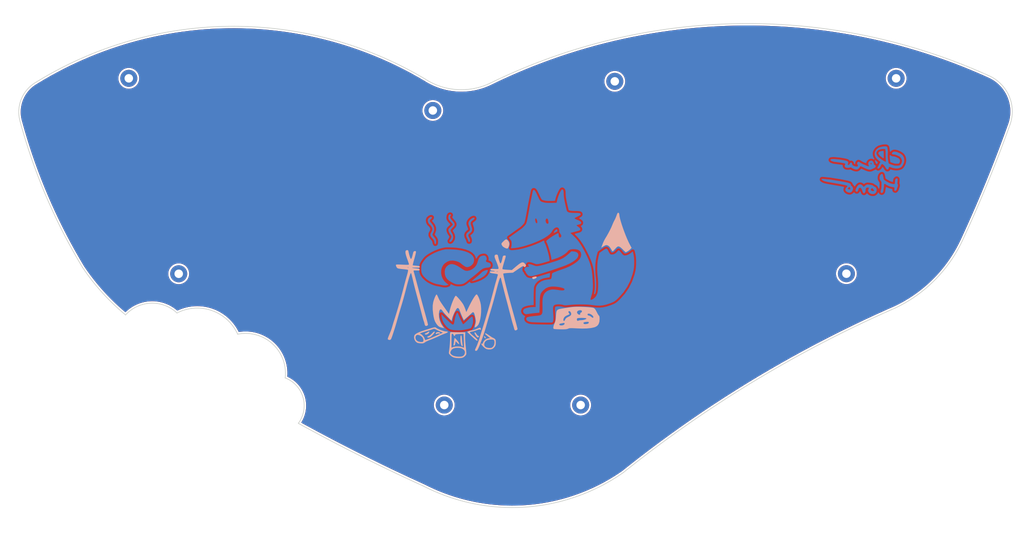
<source format=kicad_pcb>
(kicad_pcb (version 20240108) (generator "pcbnew") (generator_version "8.0")
  (layers (0 "F.Cu" signal) (31 "B.Cu" signal) (34 "B.Paste" user) (35 "F.Paste" user) (36 "B.SilkS" user "B.Silkscreen") (37 "F.SilkS" user "F.Silkscreen") (38 "B.Mask" user) (39 "F.Mask" user) (44 "Edge.Cuts" user))
  (net 0 "")
  (net 1 "GND")
  (footprint "" (layer "F.Cu") (at 165.270014 134.82)
    (property "Reference" "" (at 0 0 0) (layer "F.SilkS") (effects (font (size 1.27 1.27))))
    (property "Value" "")
    (pad "" thru_hole circle (at 0 0) (size 4.4 4.4) (drill 2.2) (layers "*.Cu" "*.Mask"))
  )
  (footprint "" (layer "F.Cu") (at 174.1 51.05)
    (property "Reference" "" (at -48.25 4.85 0) (layer "B.SilkS") (effects (font (size 1.27 1.27)) (justify mirror)))
    (property "Value" "")
    (pad "" thru_hole circle (at 0 0) (size 4.4 4.4) (drill 2.2) (layers "*.Cu" "*.Mask"))
  )
  (footprint "" (layer "F.Cu") (at 48.33 50.27)
    (property "Reference" "" (at 203.29 4.85 0) (layer "B.SilkS") (effects (font (size 1.27 1.27)) (justify mirror)))
    (property "Value" "" (at 203.29 4.85 0) (layer "B.SilkS") (effects (font (size 1.27 1.27)) (justify mirror)))
    (pad "" thru_hole circle (at 0 0) (size 4.4 4.4) (drill 2.2) (layers "*.Cu" "*.Mask"))
  )
  (footprint "" (layer "F.Cu") (at 147.670007 146.843918)
    (property "Reference" "" (hide yes))
    (property "Value" "" (hide yes))
    (pad "" thru_hole circle (at -86.420007 -45.993918) (size 4.4 4.4) (drill 2.2) (layers "*.Cu" "*.Mask"))
  )
  (footprint "" (layer "F.Cu") (at 129.97 134.82)
    (property "Reference" "" (at 0 0 0) (layer "F.SilkS") (effects (font (size 1.27 1.27))))
    (property "Value" "" (at 0 0 0) (layer "F.SilkS") (effects (font (size 1.27 1.27))))
    (pad "" thru_hole circle (at 0 0) (size 4.4 4.4) (drill 2.2) (layers "*.Cu" "*.Mask"))
  )
  (footprint "" (layer "F.Cu") (at 127.01 58.59)
    (property "Reference" "" (hide yes))
    (property "Value" "" (hide yes))
    (pad "" thru_hole circle (at 0 0) (size 4.4 4.4) (drill 2.2) (layers "*.Cu" "*.Mask"))
  )
  (footprint "" (layer "F.Cu") (at 246.910014 50.27)
    (property "Reference" "" (hide yes))
    (property "Value" "" (hide yes))
    (pad "" thru_hole circle (at 0 0) (size 4.4 4.4) (drill 2.2) (layers "*.Cu" "*.Mask"))
  )
  (footprint "" (layer "B.Cu") (at 147.620007 146.823918 180)
    (property "Reference" "" (hide yes))
    (property "Value" "" (hide yes))
    (pad "" thru_hole circle (at -86.420007 45.993918 180) (size 4.4 4.4) (drill 2.2) (layers "*.Cu" "*.Mask"))
  )
  (footprint "LOGO" (layer "B.Cu") (at 238.137622 74.315687 180)
    (property "Reference" "G***" (hide yes))
    (property "Value" "LOGO" (hide yes))
    (fp_poly (pts (xy 0.717167 -3.417543) (xy 0.924936 -3.520439) (xy 1.127718 -3.699255) (xy 1.319932 -3.946498) (xy 1.495996 -4.254674) (xy 1.650327 -4.61629) (xy 1.686371 -4.718629) (xy 1.72933 -4.854887) (xy 1.743954 -4.944446) (xy 1.731187 -5.018717) (xy 1.697735 -5.097021) (xy 1.624314 -5.20606) (xy 1.534757 -5.283088) (xy 1.524053 -5.288506) (xy 1.386154 -5.315283) (xy 1.262333 -5.262707) (xy 1.151796 -5.129898) (xy 1.053746 -4.915976) (xy 0.985693 -4.693274) (xy 0.904673 -4.476658) (xy 0.796128 -4.328927) (xy 0.666115 -4.253784) (xy 0.520693 -4.254933) (xy 0.381872 -4.324092) (xy 0.272895 -4.439913) (xy 0.157668 -4.630409) (xy 0.040249 -4.887479) (xy -0.075302 -5.203023) (xy -0.105555 -5.29688) (xy -0.173569 -5.481046) (xy -0.245683 -5.597761) (xy -0.334044 -5.662603) (xy -0.408003 -5.684709) (xy -0.529578 -5.668686) (xy -0.643231 -5.582116) (xy -0.741757 -5.437865) (xy -0.817947 -5.248798) (xy -0.864596 -5.027782) (xy -0.875862 -4.84943) (xy -0.900183 -4.652385) (xy -0.964889 -4.46535) (xy -1.057592 -4.3237) (xy -1.061262 -4.319928) (xy -1.125078 -4.273797) (xy -1.217167 -4.247842) (xy -1.360398 -4.236921) (xy -1.436105 -4.235618) (xy -1.606239 -4.239129) (xy -1.70171 -4.261611) (xy -1.731056 -4.316081) (xy -1.702816 -4.415556) (xy -1.639603 -4.545821) (xy -1.539177 -4.796337) (xy -1.514445 -5.020073) (xy -1.566915 -5.228387) (xy -1.698095 -5.432635) (xy -1.767619 -5.510218) (xy -1.998516 -5.710468) (xy -2.244418 -5.837395) (xy -2.526318 -5.90031) (xy -2.669294 -5.91018) (xy -2.876544 -5.908322) (xy -3.029824 -5.884852) (xy -3.140058 -5.84416) (xy -3.38334 -5.68401) (xy -3.565903 -5.467299) (xy -3.686495 -5.195964) (xy -3.728734 -4.97549) (xy -3.089383 -4.97549) (xy -2.998399 -5.072338) (xy -2.928225 -5.134455) (xy -2.881922 -5.153231) (xy -2.880423 -5.152504) (xy -2.825193 -5.137589) (xy -2.720626 -5.120873) (xy -2.684184 -5.116378) (xy -2.49646 -5.073944) (xy -2.335609 -4.999296) (xy -2.226676 -4.904958) (xy -2.210278 -4.879371) (xy -2.192076 -4.775494) (xy -2.243942 -4.654005) (xy -2.3691 -4.507721) (xy -2.383125 -4.494006) (xy -2.470944 -4.416466) (xy -2.543062 -4.381349) (xy -2.612891 -4.394324) (xy -2.693844 -4.461059) (xy -2.799332 -4.587223) (xy -2.891051 -4.708681) (xy -3.089383 -4.97549) (xy -3.728734 -4.97549) (xy -3.740112 -4.916101) (xy -3.729335 -4.66212) (xy -3.65371 -4.423118) (xy -3.523367 -4.215453) (xy -3.348437 -4.055482) (xy -3.149452 -3.962378) (xy -2.962593 -3.875654) (xy -2.847442 -3.775022) (xy -2.758134 -3.696998) (xy -2.629502 -3.6316) (xy -2.451805 -3.576128) (xy -2.215304 -3.52788) (xy -1.910258 -3.484155) (xy -1.718745 -3.46203) (xy -1.5235 -3.441965) (xy -1.387923 -3.433621) (xy -1.288833 -3.43901) (xy -1.203052 -3.460145) (xy -1.107398 -3.499039) (xy -1.063558 -3.518932) (xy -0.908941 -3.60832) (xy -0.742944 -3.732655) (xy -0.63252 -3.83402) (xy -0.524836 -3.939005) (xy -0.435794 -4.01473) (xy -0.383857 -4.045565) (xy -0.382512 -4.045648) (xy -0.329243 -4.014553) (xy -0.26356 -3.939632) (xy -0.262621 -3.938291) (xy -0.058261 -3.691111) (xy 0.156992 -3.516111) (xy 0.377465 -3.416307) (xy 0.597484 -3.394714)) (fill solid) (layer "B.Cu"))
    (fp_poly (pts (xy 10.43206 -1.971537) (xy 10.467389 -1.993355) (xy 10.485341 -2.030618) (xy 10.485918 -2.03242) (xy 10.4971 -2.135659) (xy 10.450257 -2.222172) (xy 10.335528 -2.306008) (xy 10.268786 -2.341754) (xy 10.14676 -2.40749) (xy 10.051751 -2.465886) (xy 10.021901 -2.488506) (xy 9.951338 -2.52419) (xy 9.812075 -2.570524) (xy 9.617656 -2.624214) (xy 9.381623 -2.681964) (xy 9.117518 -2.740481) (xy 8.838885 -2.79647) (xy 8.559266 -2.846636) (xy 8.529228 -2.851625) (xy 8.322983 -2.886199) (xy 8.072815 -2.929043) (xy 7.816886 -2.973588) (xy 7.67422 -2.998794) (xy 7.433503 -3.04128) (xy 7.175265 -3.086284) (xy 6.937675 -3.127178) (xy 6.819212 -3.14727) (xy 6.459407 -3.208085) (xy 6.168168 -3.258113) (xy 5.931703 -3.299826) (xy 5.736224 -3.335699) (xy 5.56794 -3.368207) (xy 5.422003 -3.397953) (xy 5.219551 -3.438247) (xy 5.002706 -3.478351) (xy 4.838095 -3.506355) (xy 4.662719 -3.538651) (xy 4.449246 -3.58427) (xy 4.239921 -3.634112) (xy 4.212479 -3.641134) (xy 4.007925 -3.701553) (xy 3.88327 -3.762637) (xy 3.83555 -3.834637) (xy 3.861801 -3.927804) (xy 3.95906 -4.052391) (xy 4.062799 -4.158867) (xy 4.169696 -4.270636) (xy 4.244788 -4.361951) (xy 4.275043 -4.416562) (xy 4.274169 -4.422429) (xy 4.281467 -4.472301) (xy 4.292805 -4.48167) (xy 4.322675 -4.534766) (xy 4.351337 -4.639832) (xy 4.360794 -4.693166) (xy 4.368623 -4.831305) (xy 4.338373 -4.949056) (xy 4.259714 -5.070064) (xy 4.138634 -5.201659) (xy 3.987645 -5.317867) (xy 3.79353 -5.417146) (xy 3.579648 -5.492421) (xy 3.369358 -5.536614) (xy 3.186019 -5.54265) (xy 3.086371 -5.520439) (xy 2.895255 -5.433193) (xy 2.759001 -5.341273) (xy 2.650441 -5.224847) (xy 2.615279 -5.176539) (xy 2.503071 -4.969802) (xy 2.42015 -4.729642) (xy 2.401157 -4.618787) (xy 3.072398 -4.618787) (xy 3.091282 -4.656327) (xy 3.174307 -4.699017) (xy 3.305686 -4.708055) (xy 3.45791 -4.684474) (xy 3.586863 -4.637755) (xy 3.703189 -4.562088) (xy 3.744816 -4.479896) (xy 3.71094 -4.383891) (xy 3.600758 -4.266786) (xy 3.540444 -4.216614) (xy 3.409723 -4.11641) (xy 3.319586 -4.068139) (xy 3.25538 -4.077931) (xy 3.202451 -4.151916) (xy 3.146147 -4.296224) (xy 3.112489 -4.395654) (xy 3.074025 -4.533899) (xy 3.072398 -4.618787) (xy 2.401157 -4.618787) (xy 2.380524 -4.498362) (xy 2.379107 -4.463324) (xy 2.403375 -4.338453) (xy 2.468984 -4.18177) (xy 2.560063 -4.022165) (xy 2.66074 -3.88853) (xy 2.729843 -3.824904) (xy 2.853684 -3.732399) (xy 2.921572 -3.660695) (xy 2.949049 -3.587619) (xy 2.952229 -3.507581) (xy 2.987555 -3.358087) (xy 3.095411 -3.225485) (xy 3.265371 -3.117915) (xy 3.487007 -3.043521) (xy 3.56601 -3.028236) (xy 3.63913 -3.001069) (xy 3.653155 -2.993033) (xy 3.720871 -2.967253) (xy 3.848869 -2.931609) (xy 4.015459 -2.89168) (xy 4.191625 -2.854485) (xy 4.627686 -2.76945) (xy 5.034173 -2.691739) (xy 5.401456 -2.623117) (xy 5.719903 -2.565348) (xy 5.979882 -2.520196) (xy 6.171762 -2.489427) (xy 6.228649 -2.48136) (xy 6.36864 -2.461156) (xy 6.486766 -2.441441) (xy 6.520603 -2.434729) (xy 6.625433 -2.415345) (xy 6.753513 -2.396) (xy 6.75665 -2.395582) (xy 6.87608 -2.378517) (xy 7.056588 -2.351262) (xy 7.276945 -2.317166) (xy 7.515921 -2.279583) (xy 7.752285 -2.241864) (xy 7.964808 -2.207361) (xy 8.13226 -2.179425) (xy 8.195566 -2.168412) (xy 8.336718 -2.148072) (xy 8.525963 -2.1272) (xy 8.728092 -2.109565) (xy 8.779474 -2.105904) (xy 8.987025 -2.089491) (xy 9.198663 -2.068771) (xy 9.375014 -2.047679) (xy 9.40509 -2.043391) (xy 9.563852 -2.023255) (xy 9.769511 -2.001959) (xy 9.985686 -1.983159) (xy 10.057468 -1.977819) (xy 10.243534 -1.965864) (xy 10.36292 -1.963072)) (fill solid) (layer "B.Cu"))
    (fp_poly (pts (xy -4.982318 -0.707779) (xy -4.861411 -0.774992) (xy -4.768808 -0.876054) (xy -4.767097 -0.878913) (xy -4.709687 -0.961438) (xy -4.665465 -1.000503) (xy -4.662272 -1.000985) (xy -4.635406 -1.035886) (xy -4.629557 -1.081939) (xy -4.612725 -1.160195) (xy -4.592669 -1.185691) (xy -4.557288 -1.245384) (xy -4.525703 -1.362536) (xy -4.501445 -1.511187) (xy -4.488045 -1.665381) (xy -4.489033 -1.79916) (xy -4.500076 -1.86642) (xy -4.522465 -1.956942) (xy -4.524587 -2.001117) (xy -4.522885 -2.00197) (xy -4.530562 -2.034092) (xy -4.568969 -2.115729) (xy -4.62605 -2.224789) (xy -4.689751 -2.33918) (xy -4.748016 -2.43681) (xy -4.78879 -2.495587) (xy -4.795991 -2.502463) (xy -4.833747 -2.549501) (xy -4.890555 -2.642506) (xy -4.912465 -2.682405) (xy -4.943077 -2.746129) (xy -4.964883 -2.81399) (xy -4.978997 -2.900128) (xy -4.986533 -3.018682) (xy -4.988606 -3.183792) (xy -4.98633 -3.409597) (xy -4.983317 -3.581349) (xy -4.976209 -3.871779) (xy -4.965884 -4.099017) (xy -4.950213 -4.283281) (xy -4.92707 -4.444789) (xy -4.894328 -4.603758) (xy -4.862013 -4.73417) (xy -4.798664 -4.996153) (xy -4.764074 -5.192592) (xy -4.758285 -5.336258) (xy -4.781336 -5.439923) (xy -4.833268 -5.516357) (xy -4.864574 -5.544099) (xy -4.991773 -5.617416) (xy -5.107494 -5.615474) (xy -5.228958 -5.543892) (xy -5.330584 -5.447872) (xy -5.398036 -5.336462) (xy -5.441113 -5.186791) (xy -5.468812 -4.984072) (xy -5.487488 -4.820342) (xy -5.507859 -4.676676) (xy -5.524715 -4.587849) (xy -5.566382 -4.387426) (xy -5.603968 -4.139312) (xy -5.632791 -3.879226) (xy -5.648056 -3.646324) (xy -5.65722 -3.492547) (xy -5.671562 -3.369524) (xy -5.688033 -3.303157) (xy -5.688576 -3.302235) (xy -5.759153 -3.25796) (xy -5.863916 -3.264709) (xy -5.974088 -3.31879) (xy -6.002625 -3.342507) (xy -6.114802 -3.427884) (xy -6.283331 -3.532923) (xy -6.487173 -3.646163) (xy -6.705288 -3.756141) (xy -6.916636 -3.851396) (xy -6.994007 -3.882592) (xy -7.165261 -3.939143) (xy -7.386169 -3.998889) (xy -7.623698 -4.054015) (xy -7.844817 -4.096707) (xy -7.979909 -4.115852) (xy -8.159791 -4.144468) (xy -8.269543 -4.194146) (xy -8.322269 -4.280412) (xy -8.331069 -4.418794) (xy -8.322092 -4.521355) (xy -8.305122 -4.6713) (xy -8.295556 -4.761515) (xy -8.291753 -4.815195) (xy -8.292075 -4.855534) (xy -8.29488 -4.905726) (xy -8.294897 -4.906023) (xy -8.336187 -4.986387) (xy -8.430303 -5.048436) (xy -8.546729 -5.077388) (xy -8.630334 -5.068492) (xy -8.710882 -5.013038) (xy -8.804019 -4.908111) (xy -8.890403 -4.781298) (xy -8.950691 -4.660188) (xy -8.96716 -4.588088) (xy -8.984073 -4.50271) (xy -9.027766 -4.374863) (xy -9.071626 -4.270702) (xy -9.188454 -3.966224) (xy -9.238686 -3.706395) (xy -9.222708 -3.486152) (xy -9.145048 -3.306666) (xy -9.111128 -3.226525) (xy -9.100269 -3.111708) (xy -9.11042 -2.9394) (xy -9.111264 -2.930685) (xy -9.139741 -2.631922) (xy -9.15876 -2.404596) (xy -9.16806 -2.237236) (xy -9.167383 -2.118374) (xy -9.156471 -2.036539) (xy -9.135066 -1.980261) (xy -9.102909 -1.938071) (xy -9.088584 -1.924061) (xy -8.99826 -1.860384) (xy -8.920787 -1.835139) (xy -8.839127 -1.863744) (xy -8.732405 -1.934988) (xy -8.628464 -2.02702) (xy -8.555148 -2.117985) (xy -8.551002 -2.125374) (xy -8.521683 -2.222299) (xy -8.494581 -2.395897) (xy -8.470519 -2.639438) (xy -8.450317 -2.946192) (xy -8.449919 -2.953671) (xy -8.436174 -3.098205) (xy -8.414407 -3.21032) (xy -8.392958 -3.260178) (xy -8.301166 -3.30037) (xy -8.147361 -3.311001) (xy -7.946577 -3.294477) (xy -7.713847 -3.253206) (xy -7.464206 -3.189592) (xy -7.212687 -3.106043) (xy -7.069458 -3.048355) (xy -6.836989 -2.940236) (xy -6.59144 -2.813175) (xy -6.346035 -2.675379) (xy -6.113995 -2.535056) (xy -5.908544 -2.400411) (xy -5.742905 -2.279653) (xy -5.630299 -2.180988) (xy -5.590657 -2.130498) (xy -5.563105 -2.050785) (xy -5.530432 -1.917247) (xy -5.498303 -1.758775) (xy -5.47238 -1.604257) (xy -5.458327 -1.482586) (xy -5.457288 -1.450164) (xy -5.438365 -1.375046) (xy -5.41935 -1.35386) (xy -5.393063 -1.299656) (xy -5.380481 -1.19908) (xy -5.380296 -1.184869) (xy -5.357692 -1.015969) (xy -5.298897 -0.852944) (xy -5.217429 -0.731115) (xy -5.200686 -0.715691) (xy -5.10444 -0.684613)) (fill solid) (layer "B.Cu"))
    (fp_poly (pts (xy 7.659543 3.164391) (xy 7.871343 3.145864) (xy 8.032762 3.114223) (xy 8.127807 3.070286) (xy 8.128709 3.06948) (xy 8.193868 2.986112) (xy 8.21642 2.916784) (xy 8.18041 2.830779) (xy 8.087882 2.738322) (xy 7.962086 2.657352) (xy 7.826275 2.605807) (xy 7.808542 2.6021) (xy 7.678534 2.566619) (xy 7.569962 2.518826) (xy 7.562618 2.514256) (xy 7.46319 2.473451) (xy 7.328567 2.445239) (xy 7.291518 2.441391) (xy 7.165709 2.429237) (xy 6.989472 2.409053) (xy 6.79496 2.384582) (xy 6.735796 2.376687) (xy 6.555061 2.352419) (xy 6.395239 2.331366) (xy 6.282137 2.316914) (xy 6.256157 2.313785) (xy 5.923553 2.272027) (xy 5.597944 2.22486) (xy 5.290984 2.17452) (xy 5.014325 2.123238) (xy 4.77962 2.073249) (xy 4.598522 2.026785) (xy 4.482684 1.986079) (xy 4.452299 1.968094) (xy 4.390463 1.887528) (xy 4.393184 1.794283) (xy 4.46144 1.670228) (xy 4.468938 1.659584) (xy 4.543088 1.492085) (xy 4.542966 1.319039) (xy 4.474684 1.157186) (xy 4.344355 1.023264) (xy 4.210383 0.951532) (xy 3.997454 0.899304) (xy 3.739223 0.880672) (xy 3.466836 0.895864) (xy 3.214343 0.944295) (xy 3.07594 0.980516) (xy 2.987703 0.99174) (xy 2.919761 0.97647) (xy 2.842243 0.933207) (xy 2.829176 0.924989) (xy 2.475538 0.724141) (xy 2.138085 0.576005) (xy 1.825222 0.482653) (xy 1.545354 0.446162) (xy 1.306887 0.468604) (xy 1.175751 0.51697) (xy 1.008324 0.62482) (xy 0.850253 0.762546) (xy 0.725321 0.907093) (xy 0.665328 1.011863) (xy 0.586652 1.167) (xy 0.500063 1.264899) (xy 0.429178 1.292939) (xy 0.391806 1.287515) (xy 0.332162 1.268514) (xy 0.240864 1.231846) (xy 0.108527 1.173422) (xy -0.074231 1.089152) (xy -0.316793 0.974946) (xy -0.500493 0.887709) (xy -0.901833 0.704493) (xy -1.243088 0.566638) (xy -1.53271 0.471958) (xy -1.779153 0.41827) (xy -1.990869 0.403389) (xy -2.176313 0.42513) (xy -2.233142 0.439956) (xy -2.449902 0.519608) (xy -2.698502 0.635622) (xy -2.815271 0.69765) (xy -2.912193 0.744132) (xy -3.034218 0.794332) (xy -3.042399 0.797409) (xy -3.23304 0.897892) (xy -3.37936 1.0331) (xy -3.470617 1.187888) (xy -3.496067 1.347112) (xy -3.482619 1.417985) (xy -3.431795 1.483871) (xy -3.330511 1.56114) (xy -3.250119 1.60731) (xy -3.127336 1.676868) (xy -3.064879 1.737195) (xy -3.044639 1.807458) (xy -3.044057 1.825416) (xy -3.02722 1.936359) (xy -2.44527 1.936359) (xy -2.432778 1.874526) (xy -2.418875 1.855785) (xy -2.328486 1.79859) (xy -2.233354 1.813942) (xy -2.162425 1.895042) (xy -2.136808 2.014632) (xy -2.169603 2.095835) (xy -2.240496 2.12784) (xy -2.329173 2.099838) (xy -2.402166 2.022616) (xy -2.44527 1.936359) (xy -3.02722 1.936359) (xy -3.019428 1.987701) (xy -2.954483 2.184284) (xy -2.860477 2.383903) (xy -2.815322 2.460676) (xy -2.667211 2.63388) (xy -2.491118 2.728519) (xy -2.286975 2.744611) (xy -2.054718 2.682175) (xy -2.036709 2.674563) (xy -1.814849 2.538333) (xy -1.655634 2.356005) (xy -1.563507 2.140596) (xy -1.542914 1.90512) (xy -1.598299 1.662595) (xy -1.652354 1.548959) (xy -1.718543 1.420565) (xy -1.741304 1.341294) (xy -1.725487 1.292246) (xy -1.719847 1.286087) (xy -1.647854 1.268296) (xy -1.518285 1.289386) (xy -1.34519 1.345484) (xy -1.14262 1.432715) (xy -1.084401 1.461251) (xy -0.87908 1.561864) (xy -0.69454 1.647403) (xy -0.545909 1.711227) (xy -0.448317 1.746693) (xy -0.422781 1.751724) (xy -0.385261 1.756477) (xy -0.330769 1.776369) (xy -0.239535 1.819852) (xy -0.116224 1.882759) (xy 0.105162 1.997684) (xy 0.266714 2.083695) (xy 0.383217 2.149159) (xy 0.469459 2.202444) (xy 0.540224 2.251919) (xy 0.553189 2.261616) (xy 0.672066 2.336432) (xy 0.81161 2.403956) (xy 0.93882 2.44961) (xy 1.004009 2.460756) (xy 1.081326 2.42741) (xy 1.172907 2.344163) (xy 1.256683 2.236198) (xy 1.310581 2.1287) (xy 1.317048 2.103559) (xy 1.316812 1.973427) (xy 1.281735 1.829695) (xy 1.223193 1.706922) (xy 1.1667 1.646765) (xy 1.130438 1.581583) (xy 1.127307 1.475488) (xy 1.153506 1.362361) (xy 1.205233 1.276085) (xy 1.208643 1.272883) (xy 1.269973 1.23233) (xy 1.353505 1.213742) (xy 1.48328 1.213593) (xy 1.573585 1.219373) (xy 1.740064 1.240199) (xy 1.890812 1.273208) (xy 1.981116 1.305909) (xy 2.113402 1.368306) (xy 2.247776 1.423055) (xy 2.440828 1.527972) (xy 2.564947 1.674129) (xy 2.612205 1.82093) (xy 2.658154 2.037058) (xy 2.726243 2.175059) (xy 2.818867 2.237848) (xy 2.938421 2.228342) (xy 2.944945 2.226094) (xy 3.038915 2.174968) (xy 3.131997 2.098711) (xy 3.197066 2.022024) (xy 3.211494 1.983349) (xy 3.236234 1.926549) (xy 3.299121 1.833769) (xy 3.34153 1.779805) (xy 3.433809 1.68113) (xy 3.512371 1.63824) (xy 3.602203 1.634752) (xy 3.701747 1.661051) (xy 3.74315 1.724676) (xy 3.746177 1.741367) (xy 3.729643 1.844972) (xy 3.694043 1.90075) (xy 3.649682 1.991825) (xy 3.630257 2.130617) (xy 3.63681 2.284923) (xy 3.670383 2.422541) (xy 3.676693 2.437324) (xy 3.757958 2.533991) (xy 3.912158 2.624591) (xy 4.141519 2.709848) (xy 4.448262 2.79049) (xy 4.834612 2.867241) (xy 5.150903 2.918632) (xy 5.344294 2.948952) (xy 5.55489 2.983651) (xy 5.651396 3.000218) (xy 5.827895 3.026272) (xy 6.038574 3.050493) (xy 6.21445 3.06583) (xy 6.416606 3.082662) (xy 6.652075 3.106318) (xy 6.871594 3.13183) (xy 6.881773 3.13313) (xy 7.148766 3.15884) (xy 7.413353 3.168989)) (fill solid) (layer "B.Cu"))
    (fp_poly (pts (xy -5.555425 6.425119) (xy -5.286051 6.389294) (xy -5.022609 6.334691) (xy -4.963219 6.319144) (xy -4.780937 6.269529) (xy -4.619122 6.225939) (xy -4.501376 6.19471) (xy -4.464396 6.18521) (xy -4.368127 6.152041) (xy -4.318419 6.124356) (xy -4.262235 6.083424) (xy -4.160723 6.013256) (xy -4.061517 5.946259) (xy -3.86409 5.805444) (xy -3.717942 5.676446) (xy -3.598804 5.535714) (xy -3.521286 5.422004) (xy -3.369474 5.162067) (xy -3.272757 4.935223) (xy -3.224391 4.718578) (xy -3.217633 4.489242) (xy -3.223126 4.409787) (xy -3.246332 4.244977) (xy -3.285052 4.067414) (xy -3.333067 3.897463) (xy -3.384158 3.75549) (xy -3.432107 3.661859) (xy -3.459311 3.636333) (xy -3.499129 3.587743) (xy -3.503449 3.559638) (xy -3.532733 3.505267) (xy -3.612056 3.408573) (xy -3.728623 3.282098) (xy -3.869638 3.138383) (xy -4.022307 2.98997) (xy -4.173834 2.849401) (xy -4.311424 2.729216) (xy -4.422282 2.641957) (xy -4.472946 2.609369) (xy -4.613729 2.51245) (xy -4.674316 2.410037) (xy -4.657759 2.291394) (xy -4.594423 2.182312) (xy -4.407354 1.894759) (xy -4.283399 1.642326) (xy -4.25393 1.560644) (xy -4.200122 1.432662) (xy -4.118794 1.279093) (xy -4.060145 1.183532) (xy -3.987378 1.057287) (xy -3.942427 0.948204) (xy -3.934568 0.891578) (xy -3.984157 0.745056) (xy -4.063 0.674269) (xy -4.173203 0.678977) (xy -4.316871 0.758939) (xy -4.413377 0.837071) (xy -4.534301 0.962376) (xy -4.647195 1.111545) (xy -4.737139 1.261261) (xy -4.789214 1.388204) (xy -4.796388 1.435724) (xy -4.820229 1.496325) (xy -4.881759 1.596433) (xy -4.942108 1.680327) (xy -5.027863 1.787382) (xy -5.089013 1.839549) (xy -5.149418 1.849837) (xy -5.223635 1.833827) (xy -5.317744 1.783669) (xy -5.442855 1.685255) (xy -5.579922 1.557064) (xy -5.7099 1.417575) (xy -5.813744 1.285264) (xy -5.85154 1.224615) (xy -5.896318 1.150486) (xy -5.974817 1.028101) (xy -6.073702 0.878076) (xy -6.128963 0.795672) (xy -6.235716 0.640234) (xy -6.311738 0.541785) (xy -6.371748 0.487369) (xy -6.430467 0.464029) (xy -6.502616 0.458809) (xy -6.511733 0.458785) (xy -6.643567 0.478617) (xy -6.73815 0.549828) (xy -6.752527 0.567286) (xy -6.81883 0.686057) (xy -6.861311 0.82339) (xy -6.862067 0.827959) (xy -6.904109 0.996785) (xy -6.971399 1.092174) (xy -7.074526 1.119213) (xy -7.224078 1.08299) (xy -7.314248 1.045179) (xy -7.435557 0.994834) (xy -7.530843 0.963921) (xy -7.559321 0.959278) (xy -7.639932 0.933002) (xy -7.655452 0.920776) (xy -7.727386 0.887357) (xy -7.879282 0.847618) (xy -8.107984 0.802257) (xy -8.410333 0.751972) (xy -8.441311 0.747188) (xy -8.796632 0.716254) (xy -9.144987 0.729818) (xy -9.46578 0.785312) (xy -9.738417 0.880171) (xy -9.811175 0.917877) (xy -9.904571 0.953329) (xy -9.948281 0.959278) (xy -10.009763 0.98753) (xy -10.1046 1.061002) (xy -10.195373 1.146962) (xy -10.285641 1.243437) (xy -10.34234 1.311166) (xy -10.353378 1.334647) (xy -10.360359 1.360827) (xy -10.410631 1.42426) (xy -10.414459 1.42849) (xy -10.468512 1.507142) (xy -10.542611 1.640299) (xy -10.624664 1.80549) (xy -10.666956 1.897701) (xy -10.792643 2.231019) (xy -10.859437 2.547705) (xy -10.871856 2.879049) (xy -10.848445 3.154093) (xy -10.774675 3.511631) (xy -10.643902 3.822335) (xy -10.44584 4.10848) (xy -10.365553 4.199595) (xy -10.286338 4.270095) (xy -10.163151 4.363114) (xy -10.014044 4.466886) (xy -9.85707 4.569644) (xy -9.71028 4.659622) (xy -9.591727 4.725053) (xy -9.519464 4.754171) (xy -9.513938 4.75468) (xy -9.441185 4.773552) (xy -9.326092 4.822107) (xy -9.237928 4.866422) (xy -9.066604 4.945433) (xy -8.877939 5.003433) (xy -8.648452 5.046364) (xy -8.416855 5.074137) (xy -8.175173 5.067785) (xy -7.969886 5.001058) (xy -7.813673 4.879615) (xy -7.744518 4.774143) (xy -7.684205 4.617029) (xy -7.680544 4.503788) (xy -7.739772 4.427018) (xy -7.868128 4.379317) (xy -8.07185 4.353283) (xy -8.100848 4.351315) (xy -8.361542 4.323372) (xy -8.603252 4.269588) (xy -8.853916 4.181839) (xy -9.141471 4.052001) (xy -9.158022 4.043914) (xy -9.313148 3.970338) (xy -9.442214 3.913644) (xy -9.525399 3.882349) (xy -9.542367 3.878818) (xy -9.611488 3.848606) (xy -9.713063 3.769425) (xy -9.828732 3.658454) (xy -9.940133 3.532875) (xy -10.006173 3.444844) (xy -10.098074 3.284573) (xy -10.180201 3.096104) (xy -10.243518 2.905697) (xy -10.278992 2.739612) (xy -10.281583 2.644318) (xy -10.237049 2.376253) (xy -10.177319 2.165353) (xy -10.094023 1.985649) (xy -10.041972 1.900966) (xy -9.910541 1.723848) (xy -9.775817 1.597637) (xy -9.620249 1.514372) (xy -9.426284 1.466093) (xy -9.176369 1.444839) (xy -9.029721 1.441888) (xy -8.824673 1.443747) (xy -8.626998 1.451104) (xy -8.453601 1.462683) (xy -8.321389 1.477209) (xy -8.247268 1.493405) (xy -8.237274 1.501696) (xy -8.203431 1.513717) (xy -8.171359 1.520794) (xy -8.079985 1.545544) (xy -7.931791 1.59286) (xy -7.747783 1.65529) (xy -7.548968 1.725377) (xy -7.356351 1.795669) (xy -7.190939 1.858711) (xy -7.073737 1.907048) (xy -7.045814 1.920211) (xy -6.937367 1.983427) (xy -6.858751 2.043321) (xy -6.849338 2.05336) (xy -6.824522 2.116461) (xy -6.794275 2.242789) (xy -6.762793 2.412711) (xy -6.739473 2.567327) (xy -6.734216 2.604835) (xy -6.124953 2.604835) (xy -6.101135 2.499162) (xy -6.034892 2.46367) (xy -5.921795 2.495268) (xy -5.797373 2.565025) (xy -5.69351 2.626943) (xy -5.619688 2.664304) (xy -5.602822 2.669294) (xy -5.547959 2.692551) (xy -5.438285 2.756858) (xy -5.286318 2.854021) (xy -5.104572 2.975843) (xy -4.905567 3.11413) (xy -4.720934 3.246705) (xy -4.351017 3.543253) (xy -4.062386 3.833886) (xy -3.853278 4.120489) (xy -3.786008 4.245806) (xy -3.691798 4.497893) (xy -3.665896 4.726593) (xy -3.71116 4.940688) (xy -3.830449 5.148962) (xy -4.026623 5.360195) (xy -4.194829 5.501766) (xy -4.272254 5.543057) (xy -4.385944 5.586093) (xy -4.48358 5.612359) (xy -4.54472 5.629439) (xy -4.654543 5.664421) (xy -4.727637 5.68884) (xy -4.847973 5.717213) (xy -5.01504 5.740339) (xy -5.209578 5.757473) (xy -5.412328 5.767869) (xy -5.604029 5.770784) (xy -5.765422 5.765471) (xy -5.877247 5.751188) (xy -5.916372 5.734811) (xy -5.94841 5.669219) (xy -5.977045 5.558374) (xy -5.982536 5.526273) (xy -6.004162 5.401275) (xy -6.025497 5.303807) (xy -6.029334 5.290307) (xy -6.035601 5.231467) (xy -6.042314 5.100898) (xy -6.04911 4.910282) (xy -6.055626 4.6713) (xy -6.061499 4.395635) (xy -6.066273 4.101637) (xy -6.071518 3.792758) (xy -6.078293 3.501267) (xy -6.086141 3.240638) (xy -6.094609 3.024345) (xy -6.103241 2.865861) (xy -6.110775 2.783781) (xy -6.124953 2.604835) (xy -6.734216 2.604835) (xy -6.711885 2.764164) (xy -6.685898 2.939409) (xy -6.664874 3.07093) (xy -6.654273 3.128079) (xy -6.633589 3.270236) (xy -6.617819 3.475059) (xy -6.607462 3.721915) (xy -6.603022 3.990171) (xy -6.604999 4.259195) (xy -6.613894 4.508352) (xy -6.618791 4.587849) (xy -6.630209 4.803949) (xy -6.634752 5.012251) (xy -6.632159 5.185411) (xy -6.625342 5.276027) (xy -6.606511 5.423215) (xy -6.582505 5.613497) (xy -6.558332 5.807175) (xy -6.556962 5.818227) (xy -6.529774 6.019371) (xy -6.502853 6.155979) (xy -6.4691 6.246603) (xy -6.421418 6.309796) (xy -6.352709 6.364111) (xy -6.346498 6.368352) (xy -6.226266 6.413784) (xy -6.042819 6.437979) (xy -5.813443 6.441553)) (fill solid) (layer "B.Cu"))
  )
  (footprint "LOGO" (layer "B.Cu") (at 145.768813 96.695246 180)
    (property "Reference" "G***" (hide yes))
    (property "Value" "LOGO" (hide yes))
    (fp_poly (pts (xy 4.964662 -3.208865) (xy 5.31823 -3.331392) (xy 5.680808 -3.49351) (xy 5.975804 -3.660777) (xy 6.126626 -3.798752) (xy 6.129091 -3.804477) (xy 6.237214 -3.930723) (xy 6.493838 -4.172224) (xy 6.864517 -4.49817) (xy 7.314807 -4.877753) (xy 7.49111 -5.022697) (xy 7.945123 -5.397477) (xy 8.316972 -5.712186) (xy 8.577471 -5.941491) (xy 8.697432 -6.06006) (xy 8.698576 -6.070696) (xy 8.519019 -6.039788) (xy 8.310599 -6.003382) (xy 7.783204 -5.870037) (xy 7.153931 -5.649315) (xy 6.520366 -5.376385) (xy 6.379297 -5.307414) (xy 5.591928 -4.83646) (xy 5.022304 -4.325874) (xy 4.677319 -3.78208) (xy 4.642168 -3.688733) (xy 4.539974 -3.371022) (xy 4.522433 -3.215762) (xy 4.595535 -3.164918) (xy 4.696696 -3.160368)) (fill solid) (layer "B.Cu"))
    (fp_poly (pts (xy 8.488781 10.275768) (xy 8.790662 10.091286) (xy 9.086623 9.832051) (xy 9.33548 9.522371) (xy 9.477908 9.241265) (xy 9.547211 8.998297) (xy 9.548207 8.770249) (xy 9.470271 8.479198) (xy 9.321298 8.092677) (xy 9.151368 7.626627) (xy 9.105334 7.299496) (xy 9.198178 7.04298) (xy 9.444881 6.788777) (xy 9.641477 6.632897) (xy 10.001713 6.264634) (xy 10.137931 5.865363) (xy 10.054454 5.409466) (xy 9.90058 5.097863) (xy 9.723697 4.749917) (xy 9.614801 4.446866) (xy 9.598157 4.339295) (xy 9.519651 4.138027) (xy 9.364055 4.096774) (xy 9.198133 4.146634) (xy 9.135397 4.337323) (xy 9.130725 4.477189) (xy 9.198352 4.84513) (xy 9.360322 5.20307) (xy 9.364055 5.208756) (xy 9.564779 5.607195) (xy 9.559413 5.925646) (xy 9.338694 6.210853) (xy 9.135654 6.361597) (xy 8.760977 6.697051) (xy 8.583043 7.094653) (xy 8.595958 7.584312) (xy 8.780483 8.164047) (xy 8.947809 8.687206) (xy 8.943584 9.088192) (xy 8.755468 9.416455) (xy 8.395857 9.705556) (xy 8.130367 9.908664) (xy 7.975636 10.086934) (xy 7.959447 10.137588) (xy 8.03199 10.323228) (xy 8.222162 10.361185)) (fill solid) (layer "B.Cu"))
    (fp_poly (pts (xy 19.345693 10.537817) (xy 19.571767 10.438215) (xy 19.931855 10.121675) (xy 20.076701 9.717982) (xy 20.002262 9.240961) (xy 19.955279 9.12582) (xy 19.807158 8.84294) (xy 19.681307 8.678573) (xy 19.647473 8.661751) (xy 19.528574 8.574597) (xy 19.330422 8.351163) (xy 19.187322 8.164286) (xy 18.929123 7.684309) (xy 18.890008 7.227199) (xy 19.070374 6.750044) (xy 19.202305 6.546424) (xy 19.384257 6.170279) (xy 19.380603 5.78724) (xy 19.182823 5.369801) (xy 18.782394 4.890458) (xy 18.647447 4.75561) (xy 18.435413 4.411456) (xy 18.354821 4.047297) (xy 18.286292 3.702451) (xy 18.162244 3.535488) (xy 18.003973 3.573215) (xy 17.989228 3.587116) (xy 17.940614 3.743878) (xy 17.911984 4.04525) (xy 17.908756 4.196538) (xy 17.934735 4.536786) (xy 18.038995 4.820825) (xy 18.261014 5.14008) (xy 18.376958 5.280748) (xy 18.62351 5.592117) (xy 18.793132 5.84261) (xy 18.845161 5.961747) (xy 18.793467 6.136783) (xy 18.664261 6.421708) (xy 18.61106 6.524267) (xy 18.405861 7.13165) (xy 18.433125 7.750049) (xy 18.691718 8.375115) (xy 19.180507 9.002497) (xy 19.284101 9.106814) (xy 19.50813 9.433268) (xy 19.505453 9.739222) (xy 19.27674 10.003832) (xy 19.254839 10.018598) (xy 19.010226 10.24816) (xy 18.966139 10.440753) (xy 19.089115 10.552073)) (fill solid) (layer "B.Cu"))
    (fp_poly (pts (xy 14.527892 11.130527) (xy 14.690337 10.830102) (xy 14.748384 10.363484) (xy 14.748387 10.359675) (xy 14.71774 10.0939) (xy 14.60176 9.840684) (xy 14.364389 9.535754) (xy 14.163134 9.316476) (xy 13.877024 9.000412) (xy 13.668517 8.744247) (xy 13.578744 8.598884) (xy 13.57788 8.592229) (xy 13.658234 8.465785) (xy 13.869269 8.233992) (xy 14.165947 7.946181) (xy 14.177164 7.93585) (xy 14.491872 7.636776) (xy 14.663271 7.428244) (xy 14.724633 7.247096) (xy 14.709229 7.030175) (xy 14.695294 6.952305) (xy 14.568367 6.588911) (xy 14.34787 6.198189) (xy 14.260076 6.079128) (xy 14.041425 5.771023) (xy 13.96184 5.525311) (xy 13.988686 5.248075) (xy 14.118673 4.891512) (xy 14.305085 4.602905) (xy 14.453291 4.354483) (xy 14.423781 4.167704) (xy 14.232892 4.096774) (xy 14.041696 4.176578) (xy 13.896795 4.301827) (xy 13.5767 4.810306) (xy 13.481018 5.366127) (xy 13.610691 5.946897) (xy 13.811981 6.320738) (xy 14.010873 6.658951) (xy 14.137971 6.950025) (xy 14.162632 7.067438) (xy 14.081473 7.260393) (xy 13.870405 7.536909) (xy 13.636405 7.777922) (xy 13.280153 8.159724) (xy 13.116154 8.493775) (xy 13.145898 8.82548) (xy 13.37087 9.200247) (xy 13.694931 9.564179) (xy 14.061065 10.002647) (xy 14.260268 10.379748) (xy 14.28324 10.670395) (xy 14.163134 10.827189) (xy 14.047473 10.996434) (xy 14.104481 11.16907) (xy 14.276066 11.236867)) (fill solid) (layer "B.Cu"))
    (fp_poly (pts (xy 12.441897 -14.242996) (xy 12.599969 -14.439592) (xy 12.770844 -14.812912) (xy 12.935563 -15.307743) (xy 13.075165 -15.86887) (xy 13.154615 -16.318423) (xy 13.229752 -16.782194) (xy 13.318401 -17.101449) (xy 13.442767 -17.272542) (xy 13.625054 -17.291827) (xy 13.887464 -17.155662) (xy 14.252202 -16.8604) (xy 14.741472 -16.402397) (xy 15.164367 -15.988516) (xy 16.532475 -14.639308) (xy 16.48014 -15.270394) (xy 16.339718 -15.951306) (xy 16.050872 -16.646859) (xy 15.648714 -17.308082) (xy 15.16836 -17.886005) (xy 14.644921 -18.331657) (xy 14.113512 -18.596065) (xy 14.090806 -18.602683) (xy 13.52048 -18.712341) (xy 12.80561 -18.773882) (xy 12.031486 -18.783685) (xy 11.283398 -18.738134) (xy 11.178341 -18.726259) (xy 10.657718 -18.64936) (xy 10.108158 -18.545659) (xy 9.593535 -18.429658) (xy 9.17772 -18.315859) (xy 8.924586 -18.218762) (xy 8.912896 -18.211916) (xy 8.810901 -18.069945) (xy 8.666859 -17.776003) (xy 8.540691 -17.467591) (xy 8.374071 -16.910782) (xy 8.330949 -16.389806) (xy 8.345417 -16.134999) (xy 8.392652 -15.677063) (xy 8.457336 -15.384185) (xy 8.565993 -15.256569) (xy 8.745151 -15.29442) (xy 9.021337 -15.497941) (xy 9.421078 -15.867336) (xy 9.7075 -16.145469) (xy 10.122118 -16.54261) (xy 10.481146 -16.872076) (xy 10.74977 -17.10295) (xy 10.893176 -17.204317) (xy 10.902238 -17.206451) (xy 10.989357 -17.106748) (xy 11.146173 -16.838839) (xy 11.349783 -16.449529) (xy 11.577285 -15.985622) (xy 11.805774 -15.49392) (xy 12.012349 -15.021228) (xy 12.174106 -14.61435) (xy 12.184177 -14.586728) (xy 12.304846 -14.339171) (xy 12.418884 -14.23765)) (fill solid) (layer "B.Cu"))
    (fp_poly (pts (xy -16.305371 0.918315) (xy -15.638398 0.359002) (xy -14.95799 -0.090829) (xy -14.199433 -0.466149) (xy -13.298014 -0.801934) (xy -12.875576 -0.935248) (xy -12.207042 -1.13826) (xy -11.464624 -1.36422) (xy -10.770804 -1.575832) (xy -10.516452 -1.653571) (xy -9.937093 -1.819919) (xy -9.347943 -1.971047) (xy -8.844302 -2.083133) (xy -8.675743 -2.113719) (xy -8.257358 -2.167631) (xy -7.93549 -2.158274) (xy -7.601314 -2.071985) (xy -7.239802 -1.933435) (xy -6.683656 -1.738208) (xy -6.256078 -1.649423) (xy -5.976364 -1.663951) (xy -5.863806 -1.778665) (xy -5.937699 -1.990434) (xy -6.046252 -2.126958) (xy -6.157942 -2.270171) (xy -6.111018 -2.32912) (xy -5.869344 -2.340985) (xy -5.838195 -2.341014) (xy -5.380007 -2.419761) (xy -5.061574 -2.637329) (xy -4.91998 -2.965709) (xy -4.916129 -3.037432) (xy -4.972912 -3.306378) (xy -5.091705 -3.436798) (xy -5.247415 -3.593228) (xy -5.267281 -3.683423) (xy -5.343141 -3.902078) (xy -5.47212 -4.077782) (xy -5.682891 -4.330933) (xy -5.794009 -4.495083) (xy -5.987192 -4.635552) (xy -6.326343 -4.730649) (xy -6.725241 -4.764865) (xy -7.081567 -4.726714) (xy -7.673533 -4.573083) (xy -8.42647 -4.361778) (xy -9.279919 -4.111087) (xy -10.173417 -3.8393) (xy -11.046502 -3.564705) (xy -11.838713 -3.305593) (xy -12.290323 -3.151096) (xy -12.941737 -2.923788) (xy -13.571695 -2.705675) (xy -14.120864 -2.517184) (xy -14.529911 -2.378742) (xy -14.631337 -2.345122) (xy -15.624594 -1.979595) (xy -16.537885 -1.56669) (xy -17.340935 -1.124795) (xy -18.003468 -0.672297) (xy -18.495208 -0.227583) (xy -18.777531 0.172921) (xy -18.91304 0.657153) (xy -18.835244 1.061115) (xy -18.556171 1.368009) (xy -18.087848 1.561036) (xy -17.746297 1.613224) (xy -17.119262 1.665222)) (fill solid) (layer "B.Cu"))
    (fp_poly (pts (xy 5.753533 0.550858) (xy 6.185039 0.452612) (xy 6.518707 0.266289) (xy 6.781544 -0.04243) (xy 7.00056 -0.507863) (xy 7.202764 -1.164329) (xy 7.251333 -1.352296) (xy 7.504645 -1.928978) (xy 7.93388 -2.464549) (xy 8.483177 -2.915275) (xy 9.096675 -3.237422) (xy 9.71851 -3.387257) (xy 9.857629 -3.392744) (xy 10.131759 -3.381609) (xy 10.369741 -3.334608) (xy 10.624312 -3.228148) (xy 10.948206 -3.038638) (xy 11.394158 -2.742485) (xy 11.551242 -2.63507) (xy 12.390258 -2.114632) (xy 13.116599 -1.786325) (xy 13.746027 -1.646559) (xy 14.294306 -1.691745) (xy 14.757554 -1.904859) (xy 15.27446 -2.362751) (xy 15.578969 -2.906957) (xy 15.684495 -3.562047) (xy 15.684793 -3.603038) (xy 15.624786 -4.354364) (xy 15.428926 -4.977042) (xy 15.073457 -5.505025) (xy 14.534619 -5.972265) (xy 13.788655 -6.412713) (xy 13.680724 -6.46705) (xy 13.195981 -6.694233) (xy 12.819504 -6.826344) (xy 12.457944 -6.88729) (xy 12.017954 -6.900977) (xy 11.987008 -6.900817) (xy 11.367634 -6.85991) (xy 10.890328 -6.735777) (xy 10.710138 -6.653801) (xy 10.320175 -6.419778) (xy 9.952348 -6.149264) (xy 9.890783 -6.096163) (xy 9.635419 -5.881927) (xy 9.257555 -5.583223) (xy 8.824376 -5.252775) (xy 8.661751 -5.131702) (xy 8.160577 -4.744279) (xy 7.590007 -4.277117) (xy 7.049662 -3.812456) (xy 6.889116 -3.668366) (xy 6.304237 -3.174673) (xy 5.797944 -2.846103) (xy 5.314686 -2.655919) (xy 4.798911 -2.577383) (xy 4.609922 -2.571392) (xy 4.145651 -2.499852) (xy 3.849877 -2.30426) (xy 3.745624 -1.999877) (xy 3.745622 -1.998525) (xy 3.82784 -1.591103) (xy 4.084588 -1.331605) (xy 4.46165 -1.213261) (xy 4.824571 -1.104127) (xy 5.00724 -0.936934) (xy 4.986535 -0.738358) (xy 4.931671 -0.671026) (xy 4.811793 -0.405037) (xy 4.828214 -0.057235) (xy 4.969819 0.27234) (xy 5.046769 0.364742) (xy 5.280202 0.531047) (xy 5.572594 0.568522)) (fill solid) (layer "B.Cu"))
    (fp_poly (pts (xy 15.437983 2.165342) (xy 15.509216 2.157841) (xy 16.328356 1.991207) (xy 17.238583 1.708785) (xy 18.149344 1.34247) (xy 18.903687 0.962293) (xy 19.532144 0.596838) (xy 20.001387 0.294971) (xy 20.361315 0.01504) (xy 20.661827 -0.284607) (xy 20.952821 -0.645621) (xy 21.140848 -0.905117) (xy 21.42295 -1.317933) (xy 21.594579 -1.630965) (xy 21.687547 -1.930325) (xy 21.733671 -2.302124) (xy 21.749731 -2.55317) (xy 21.756296 -3.264161) (xy 21.670335 -3.847839) (xy 21.466677 -4.35636) (xy 21.120151 -4.841879) (xy 20.605587 -5.356554) (xy 20.247291 -5.666383) (xy 19.785533 -5.98468) (xy 19.189299 -6.302262) (xy 18.546102 -6.579892) (xy 17.943453 -6.778332) (xy 17.616129 -6.846106) (xy 17.190356 -6.914129) (xy 16.800861 -6.9935) (xy 16.679723 -7.024336) (xy 15.971559 -7.172202) (xy 15.388398 -7.185215) (xy 15.044232 -7.100965) (xy 14.696298 -6.949825) (xy 15.127928 -6.656525) (xy 15.725104 -6.127868) (xy 16.173871 -5.479432) (xy 16.469976 -4.751773) (xy 16.609161 -3.985443) (xy 16.587173 -3.220997) (xy 16.399755 -2.498989) (xy 16.042651 -1.859972) (xy 15.672256 -1.4691) (xy 15.015773 -1.016504) (xy 14.348151 -0.776772) (xy 13.616857 -0.732356) (xy 13.494909 -0.741782) (xy 12.952237 -0.830571) (xy 12.410068 -0.983119) (xy 11.938412 -1.174261) (xy 11.607281 -1.378829) (xy 11.54169 -1.443902) (xy 11.38213 -1.588751) (xy 11.094254 -1.813322) (xy 10.77962 -2.041144) (xy 10.403097 -2.287183) (xy 10.125613 -2.410452) (xy 9.8672 -2.439044) (xy 9.69252 -2.423046) (xy 9.180734 -2.257282) (xy 8.701341 -1.93581) (xy 8.337696 -1.521086) (xy 8.239654 -1.334412) (xy 8.074652 -0.691541) (xy 8.131448 -0.099679) (xy 8.402217 0.435742) (xy 8.879135 0.909288) (xy 9.554376 1.315527) (xy 10.420118 1.649025) (xy 11.468534 1.904351) (xy 12.691802 2.076071) (xy 13.213553 2.119137) (xy 13.878296 2.156092) (xy 14.511698 2.176804) (xy 15.052136 2.180233)) (fill solid) (layer "B.Cu"))
    (fp_poly (pts (xy -14.552491 17.571331) (xy -14.360975 17.292822) (xy -14.141414 16.88632) (xy -13.916365 16.399016) (xy -13.708382 15.878103) (xy -13.540022 15.370773) (xy -13.475022 15.125458) (xy -13.261943 14.221659) (xy -11.862276 14.190271) (xy -11.142759 14.185408) (xy -10.59124 14.211492) (xy -10.142999 14.274017) (xy -9.767019 14.368204) (xy -9.514459 14.445063) (xy -9.317366 14.522538) (xy -9.153363 14.630754) (xy -9.000073 14.799839) (xy -8.835122 15.059916) (xy -8.636131 15.441113) (xy -8.380725 15.973555) (xy -8.050104 16.679724) (xy -7.806877 17.152079) (xy -7.606366 17.427168) (xy -7.427882 17.533078) (xy -7.420699 17.534223) (xy -7.275754 17.524565) (xy -7.176236 17.41192) (xy -7.09267 17.146813) (xy -7.037212 16.890444) (xy -6.951646 16.467925) (xy -6.838436 15.909417) (xy -6.716523 15.308351) (xy -6.662273 15.041014) (xy -6.535623 14.406189) (xy -6.403471 13.72621) (xy -6.288244 13.11699) (xy -6.254641 12.934102) (xy -6.060366 11.865799) (xy -5.901295 11.002158) (xy -5.770608 10.317545) (xy -5.661487 9.786322) (xy -5.567114 9.382854) (xy -5.48067 9.081504) (xy -5.395338 8.856636) (xy -5.304299 8.682614) (xy -5.200734 8.533802) (xy -5.077826 8.384563) (xy -5.029666 8.32829) (xy -4.704334 7.9775) (xy -4.367859 7.659477) (xy -4.183839 7.510563) (xy -3.951084 7.343999) (xy -3.573817 7.075117) (xy -3.098505 6.73699) (xy -2.571615 6.362693) (xy -2.399539 6.240561) (xy -1.901576 5.886498) (xy -1.475028 5.58186) (xy -1.154689 5.351601) (xy -0.975352 5.220676) (xy -0.950091 5.20098) (xy -0.993296 5.096948) (xy -1.153581 4.88054) (xy -1.271981 4.740412) (xy -1.483625 4.469876) (xy -1.593921 4.215128) (xy -1.634562 3.879062) (xy -1.63871 3.616804) (xy -1.617533 3.192734) (xy -1.562843 2.83415) (xy -1.508348 2.667294) (xy -1.455208 2.552211) (xy -1.473379 2.48507) (xy -1.602261 2.458906) (xy -1.881252 2.466753) (xy -2.349753 2.501646) (xy -2.415491 2.506911) (xy -3.287029 2.627266) (xy -4.305606 2.851201) (xy -5.418183 3.160756) (xy -6.57172 3.537969) (xy -7.713178 3.964881) (xy -8.789518 4.423529) (xy -9.747701 4.895954) (xy -10.164879 5.131109) (xy -10.913963 5.610141) (xy -11.468073 6.046757) (xy -11.856302 6.466341) (xy -12.052397 6.777858) (xy -12.376212 7.278917) (xy -12.739614 7.633817) (xy -13.109823 7.829101) (xy -13.454057 7.851312) (xy -13.739533 7.686994) (xy -13.856462 7.518405) (xy -13.960891 7.184605) (xy -13.966798 6.895159) (xy -13.999084 6.571472) (xy -14.211939 6.236585) (xy -14.450524 5.859084) (xy -14.497452 5.539683) (xy -14.349974 5.309021) (xy -14.298116 5.276878) (xy -14.051146 5.234335) (xy -13.885844 5.401104) (xy -13.81407 5.763045) (xy -13.811982 5.856436) (xy -13.795178 6.154291) (xy -13.753858 6.336153) (xy -13.745053 6.348649) (xy -13.609318 6.332263) (xy -13.325068 6.20513) (xy -12.93386 5.993163) (xy -12.47725 5.722276) (xy -11.996796 5.418383) (xy -11.534054 5.107397) (xy -11.130582 4.815232) (xy -10.827936 4.5678) (xy -10.723247 4.464354) (xy -10.580129 4.251188) (xy -10.614563 4.08547) (xy -10.639559 4.052774) (xy -10.774642 3.812122) (xy -10.946083 3.39288) (xy -11.138707 2.844812) (xy -11.337338 2.217687) (xy -11.526801 1.561272) (xy -11.691922 0.925334) (xy -11.817524 0.35964) (xy -11.880299 -0.016236) (xy -11.949608 -0.559201) (xy -12.50038 -0.394545) (xy -13.612688 -0.014953) (xy -14.533416 0.406087) (xy -15.304033 0.887874) (xy -15.384214 0.947524) (xy -15.739124 1.229253) (xy -16.007311 1.467) (xy -16.144194 1.620357) (xy -16.152996 1.644354) (xy -16.243938 1.774112) (xy -16.469012 1.950223) (xy -16.53341 1.991145) (xy -16.959764 2.149936) (xy -17.517734 2.220497) (xy -18.121463 2.20124) (xy -18.685089 2.09058) (xy -18.84729 2.033879) (xy -19.286997 1.747895) (xy -19.555491 1.334331) (xy -19.646533 0.831699) (xy -19.553887 0.278512) (xy -19.271316 -0.28672) (xy -19.232199 -0.342664) (xy -18.800946 -0.813726) (xy -18.185556 -1.306866) (xy -17.430832 -1.795277) (xy -16.581578 -2.252157) (xy -15.682598 -2.6507) (xy -14.923963 -2.920111) (xy -14.460178 -3.075599) (xy -13.87265 -3.287689) (xy -13.25334 -3.522023) (xy -12.694213 -3.744243) (xy -12.495161 -3.82753) (xy -12.209941 -3.974156) (xy -12.084945 -4.143525) (xy -12.056274 -4.425999) (xy -12.056221 -4.448236) (xy -12.020999 -4.852063) (xy -11.936012 -5.225934) (xy -11.933459 -5.233351) (xy -11.856174 -5.416866) (xy -11.744682 -5.528099) (xy -11.541044 -5.592195) (xy -11.187322 -5.634298) (xy -10.967791 -5.652449) (xy -10.094186 -5.805699) (xy -9.322688 -6.106602) (xy -8.68456 -6.534708) (xy -8.211063 -7.069569) (xy -7.951451 -7.625535) (xy -7.916106 -7.861602) (xy -7.885566 -8.288818) (xy -7.861559 -8.864251) (xy -7.845815 -9.54497) (xy -7.840065 -10.288041) (xy -7.840144 -10.388249) (xy -7.844438 -12.758525) (xy -7.213997 -12.758525) (xy -6.611542 -12.792783) (xy -6.008606 -12.885829) (xy -5.460963 -13.02307) (xy -5.024385 -13.189917) (xy -4.754644 -13.371776) (xy -4.724926 -13.409727) (xy -4.587489 -13.793632) (xy -4.679295 -14.155682) (xy -4.941031 -14.434352) (xy -5.130071 -14.557099) (xy -5.319096 -14.61207) (xy -5.581645 -14.605903) (xy -5.991257 -14.545239) (xy -6.053012 -14.534744) (xy -6.574379 -14.456267) (xy -7.200163 -14.377297) (xy -7.801277 -14.314025) (xy -7.842396 -14.310308) (xy -8.837327 -14.221659) (xy -8.896373 -11.997696) (xy -8.923607 -11.124723) (xy -8.960103 -10.447118) (xy -9.016397 -9.926149) (xy -9.103023 -9.523085) (xy -9.230516 -9.199196) (xy -9.40941 -8.915751) (xy -9.65024 -8.634019) (xy -9.873643 -8.404746) (xy -10.471034 -7.920926) (xy -11.136539 -7.61594) (xy -11.916312 -7.473347) (xy -12.524424 -7.460439) (xy -13.134461 -7.500176) (xy -13.746949 -7.579288) (xy -14.316009 -7.687276) (xy -14.795765 -7.813639) (xy -15.14034 -7.94788) (xy -15.303857 -8.079498) (xy -15.309842 -8.09789) (xy -15.282584 -8.310343) (xy -15.091008 -8.433335) (xy -14.719498 -8.469461) (xy -14.152437 -8.421318) (xy -13.742818 -8.358376) (xy -13.181437 -8.278313) (xy -12.637458 -8.227373) (xy -12.19787 -8.212734) (xy -12.060685 -8.21957) (xy -11.382525 -8.366394) (xy -10.774421 -8.651034) (xy -10.301637 -9.039054) (xy -10.160764 -9.222026) (xy -9.948718 -9.588749) (xy -9.795326 -9.967375) (xy -9.693084 -10.402521) (xy -9.634487 -10.938802) (xy -9.612034 -11.620836) (xy -9.617483 -12.452305) (xy -9.626469 -13.160247) (xy -9.622448 -13.674663) (xy -9.602134 -14.035924) (xy -9.56224 -14.284403) (xy -9.499482 -14.460472) (xy -9.446521 -14.552701) (xy -9.346787 -14.692259) (xy -9.232862 -14.795898) (xy -9.06637 -14.873778) (xy -8.808939 -14.936059) (xy -8.422192 -14.992903) (xy -7.867758 -15.054469) (xy -7.356434 -15.106105) (xy -6.622618 -15.190452) (xy -6.092498 -15.281711) (xy -5.735689 -15.390143) (xy -5.521811 -15.52601) (xy -5.420479 -15.699573) (xy -5.406889 -15.764556) (xy -5.470123 -16.080506) (xy -5.73119 -16.35293) (xy -6.154599 -16.55736) (xy -6.704858 -16.669328) (xy -6.721524 -16.670875) (xy -7.069653 -16.693642) (xy -7.574227 -16.715487) (xy -8.192149 -16.73565) (xy -8.880321 -16.753374) (xy -9.595646 -16.767901) (xy -10.295026 -16.778472) (xy -10.935364 -16.784331) (xy -11.473564 -16.784718) (xy -11.866527 -16.778875) (xy -12.071155 -16.766046) (xy -12.076417 -16.765056) (xy -12.259736 -16.657877) (xy -12.381457 -16.410673) (xy -12.444886 -16.00144) (xy -12.453329 -15.408173) (xy -12.410091 -14.608868) (xy -12.406828 -14.565672) (xy -12.356514 -13.801081) (xy -12.342723 -13.233427) (xy -12.37088 -12.827622) (xy -12.446407 -12.548576) (xy -12.57473 -12.3612) (xy -12.761271 -12.230406) (xy -12.768361 -12.226711) (xy -13.14687 -12.113482) (xy -13.661711 -12.064364) (xy -14.223957 -12.079749) (xy -14.744678 -12.160027) (xy -14.941045 -12.217175) (xy -15.202727 -12.290257) (xy -15.490786 -12.319639) (xy -15.868511 -12.305879) (xy -16.399191 -12.249533) (xy -16.544376 -12.231269) (xy -17.362977 -12.152203) (xy -18.309366 -12.10263) (xy -19.319385 -12.08235) (xy -20.328877 -12.091159) (xy -21.273687 -12.128853) (xy -22.089657 -12.195231) (xy -22.499021 -12.250095) (xy -23.498302 -12.379538) (xy -24.383926 -12.409228) (xy -25.226726 -12.331132) (xy -26.097534 -12.137213) (xy -27.067185 -11.819439) (xy -27.399737 -11.694209) (xy -27.833706 -11.515576) (xy -28.184216 -11.334181) (xy -28.510665 -11.108531) (xy -28.872446 -10.797134) (xy -29.328956 -10.358495) (xy -29.370694 -10.31731) (xy -30.562883 -8.979793) (xy -31.555476 -7.519946) (xy -32.348468 -5.937776) (xy -32.941858 -4.233287) (xy -33.185542 -3.232196) (xy -33.291218 -2.519496) (xy -33.346346 -1.690849) (xy -33.351233 -0.825928) (xy -33.306185 -0.004406) (xy -33.211508 0.694042) (xy -33.169717 0.882785) (xy -32.979986 1.638106) (xy -32.580106 1.287006) (xy -31.992594 0.87944) (xy -31.371973 0.638631) (xy -30.948335 0.585254) (xy -30.708587 0.613129) (xy -30.500739 0.725104) (xy -30.264131 0.963706) (xy -30.071745 1.19977) (xy -29.740305 1.605874) (xy -29.506282 1.836756) (xy -29.331453 1.907996) (xy -29.177595 1.835175) (xy -29.006555 1.633965) (xy -28.573526 1.187549) (xy -28.081479 0.910423) (xy -27.577582 0.822196) (xy -27.22081 0.891573) (xy -27.070759 1.031374) (xy -26.87968 1.317021) (xy -26.740202 1.581896) (xy -26.524736 2.01553) (xy -26.343567 2.269799) (xy -26.14746 2.353946) (xy -25.887179 2.277218) (xy -25.513487 2.04886) (xy -25.243239 1.862996) (xy -24.366793 1.253688) (xy -24.105659 0.246429) (xy -23.921161 -0.702874) (xy -23.81072 -1.799398) (xy -23.777511 -2.967247) (xy -23.82471 -4.130529) (xy -23.894257 -4.804804) (xy -23.981643 -5.68651) (xy -24.023284 -6.59859) (xy -24.020143 -7.483266) (xy -23.973183 -8.282755) (xy -23.883369 -8.939278) (xy -23.820922 -9.201997) (xy -23.515099 -9.883237) (xy -23.174404 -10.302093) (xy -22.834633 -10.591212) (xy -22.495517 -10.797415) (xy -22.214005 -10.892318) (xy -22.05691 -10.85906) (xy -22.060851 -10.72813) (xy -22.123967 -10.437829) (xy -22.231445 -10.054911) (xy -22.416642 -9.403483) (xy -22.547427 -8.810844) (xy -22.628498 -8.221638) (xy -22.664553 -7.580508) (xy -22.660292 -6.832098) (xy -22.620412 -5.921052) (xy -22.604993 -5.65412) (xy -22.51462 -4.450578) (xy -22.38881 -3.415737) (xy -22.210722 -2.48703) (xy -21.963516 -1.60189) (xy -21.630352 -0.697753) (xy -21.194389 0.287949) (xy -20.773142 1.151675) (xy -20.151878 2.335705) (xy -19.565363 3.33198) (xy -18.987119 4.178696) (xy -18.390667 4.914051) (xy -17.749527 5.576242) (xy -17.625462 5.692341) (xy -16.847458 6.410026) (xy -17.817047 6.664949) (xy -18.436534 6.829428) (xy -18.865643 6.951131) (xy -19.140687 7.045711) (xy -19.297981 7.128819) (xy -19.373839 7.216107) (xy -19.404575 7.323227) (xy -19.408894 7.351055) (xy -19.370534 7.553278) (xy -19.173448 7.777832) (xy -18.913202 7.977684) (xy -18.631021 8.189521) (xy -18.45715 8.345494) (xy -18.427349 8.400007) (xy -18.558593 8.453509) (xy -18.841384 8.538012) (xy -19.040092 8.590687) (xy -19.417263 8.716744) (xy -19.603517 8.865417) (xy -19.640406 8.96796) (xy -19.603238 9.198408) (xy -11.171203 9.198408) (xy -11.159761 8.948856) (xy -11.156694 8.940176) (xy -11.008176 8.792349) (xy -10.797164 8.815493) (xy -10.60022 8.992252) (xy -10.553351 9.076936) (xy -10.528073 9.15646) (xy -8.279332 9.15646) (xy -8.216306 8.945697) (xy -8.089281 8.906678) (xy -7.929385 9.065145) (xy -7.861185 9.193987) (xy -7.757408 9.544988) (xy -7.725346 9.837766) (xy -7.768157 10.105193) (xy -7.875237 10.179161) (xy -8.014555 10.079589) (xy -8.154081 9.826394) (xy -8.247231 9.513225) (xy -8.279332 9.15646) (xy -10.528073 9.15646) (xy -10.448575 9.40656) (xy -10.417512 9.647858) (xy -10.48218 9.914737) (xy -10.635467 10.100247) (xy -10.816295 10.147235) (xy -10.899774 10.09912) (xy -11.016808 9.883609) (xy -11.115418 9.546683) (xy -11.171203 9.198408) (xy -19.603238 9.198408) (xy -19.60322 9.198517) (xy -19.403419 9.415868) (xy -19.016467 9.639923) (xy -18.581797 9.827069) (xy -18.229748 9.981131) (xy -17.986142 10.115785) (xy -17.908756 10.192224) (xy -18.007068 10.286481) (xy -18.265682 10.441449) (xy -18.630114 10.624721) (xy -18.656637 10.637059) (xy -19.127936 10.870131) (xy -19.403358 11.051655) (xy -19.508076 11.207162) (xy -19.467263 11.362183) (xy -19.42616 11.41757) (xy -19.293541 11.500043) (xy -19.03448 11.553965) (xy -18.612407 11.584011) (xy -18.040737 11.594625) (xy -17.266807 11.615956) (xy -16.696099 11.676276) (xy -16.299714 11.784183) (xy -16.048753 11.948272) (xy -15.914319 12.177141) (xy -15.898785 12.231797) (xy -15.628791 13.35267) (xy -15.420903 14.275883) (xy -15.270218 15.028082) (xy -15.171829 15.635913) (xy -15.120832 16.126022) (xy -15.111818 16.506978) (xy -15.091308 17.095459) (xy -14.991726 17.474056) (xy -14.808788 17.65472) (xy -14.693408 17.674655)) (fill solid) (layer "B.Cu"))
  )
  (gr_arc (start 264 92.4) (mid 256.848323 102.548323) (end 246.7 109.7) (stroke (width 0.2)) (layer "Edge.Cuts"))
  (gr_arc (start 20.223099 61.50254) (mid 20.525834 55.619974) (end 24.433588 51.212516) (stroke (width 0.2)) (layer "Edge.Cuts"))
  (gr_arc (start 47.5 111.5) (mid 54.045095 108.45952) (end 60.8 111) (stroke (width 0.2)) (layer "Edge.Cuts"))
  (gr_arc (start 270.7 49.5) (mid 276.077816 54.715468) (end 276.4 62.2) (stroke (width 0.2)) (layer "Edge.Cuts"))
  (gr_arc (start 76.498789 116.487807) (mid 85.539348 119.001283) (end 88.8 127.8) (stroke (width 0.2)) (layer "Edge.Cuts"))
  (gr_arc (start 141.9 51.5) (mid 206.076714 36.120369) (end 270.7 49.5) (stroke (width 0.2)) (layer "Edge.Cuts"))
  (gr_arc (start 176.3 152.3) (mid 210.093969 128.676418) (end 246.7 109.7) (stroke (width 0.2)) (layer "Edge.Cuts"))
  (gr_arc (start 24.433588 51.212516) (mid 74.667367 36.808724) (end 125.1 50.5) (stroke (width 0.2)) (layer "Edge.Cuts"))
  (gr_arc (start 141.9 51.5) (mid 133.369519 53.192086) (end 125.1 50.5) (stroke (width 0.2)) (layer "Edge.Cuts"))
  (gr_arc (start 176.3 152.3) (mid 150.9359 161.22743) (end 124.6 155.8) (stroke (width 0.2)) (layer "Edge.Cuts"))
  (gr_arc (start 60.8 111) (mid 69.828731 110.370216) (end 76.498789 116.487807) (stroke (width 0.2)) (layer "Edge.Cuts"))
  (gr_arc (start 88.8 127.8) (mid 93.419078 132.83033) (end 92.2 139.55) (stroke (width 0.2)) (layer "Edge.Cuts"))
  (gr_arc (start 36.367845 99.223433) (mid 26.988998 80.922165) (end 20.223099 61.50254) (stroke (width 0.2)) (layer "Edge.Cuts"))
  (gr_arc (start 124.6 155.8) (mid 108.244185 147.98567) (end 92.2 139.55) (stroke (width 0.2)) (layer "Edge.Cuts"))
  (gr_arc (start 276.4 62.2) (mid 270.541994 77.440421) (end 264 92.4) (stroke (width 0.2)) (layer "Edge.Cuts"))
  (gr_arc (start 47.5 111.5) (mid 41.488926 105.76523) (end 36.367845 99.223433) (stroke (width 0.2)) (layer "Edge.Cuts"))
  (zone (net 1) (net_name "GND") (layers "F&B.Cu") (connect_pads (clearance 0.5)) (min_thickness 0.25) (fill yes (thermal_gap 0.5) (thermal_bridge_width 0.5) (island_removal_mode 1) (island_area_min 10))
    (polygon (pts (xy 15 30) (xy 280 30) (xy 280 170) (xy 15 170)))
  )
)
</source>
